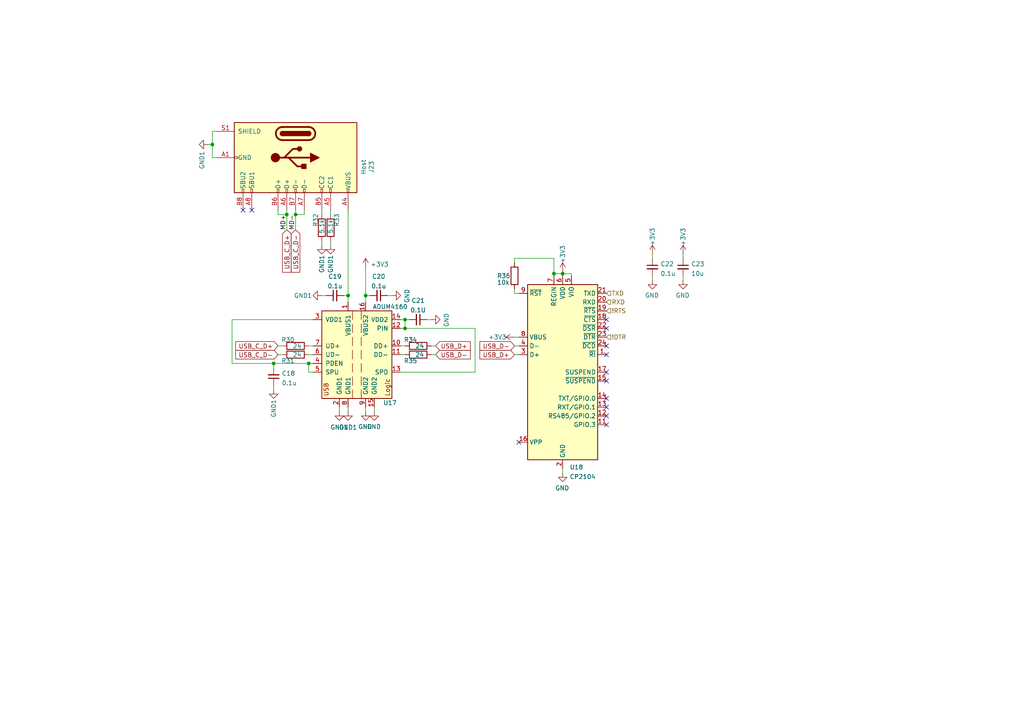
<source format=kicad_sch>
(kicad_sch (version 20211123) (generator eeschema)
  (paper "A4")
  (lib_symbols
    (symbol "Connector:USB_C_Receptacle_USB2.0" (pin_names (offset 1.016))
      (property "Reference" "J" (at -10.16 19.05 0))
      (property "Value" "USB_C_Receptacle_USB2.0" (at 19.05 19.05 0))
      (symbol "USB_C_Receptacle_USB2.0_0_0"
        (rectangle (start -0.254 -17.78) (end 0.254 -16.764))
        (rectangle (start 10.16 -14.986) (end 9.144 -15.494))
        (rectangle (start 10.16 -12.446) (end 9.144 -12.954))
        (rectangle (start 10.16 -4.826) (end 9.144 -5.334))
        (rectangle (start 10.16 -2.286) (end 9.144 -2.794))
        (rectangle (start 10.16 0.254) (end 9.144 -0.254))
        (rectangle (start 10.16 2.794) (end 9.144 2.286))
        (rectangle (start 10.16 7.874) (end 9.144 7.366))
        (rectangle (start 10.16 10.414) (end 9.144 9.906))
        (rectangle (start 10.16 15.494) (end 9.144 14.986))
      )
      (symbol "USB_C_Receptacle_USB2.0_0_1"
        (rectangle (start -10.16 17.78) (end 10.16 -17.78) (stroke (width 0.254)) (fill (type background)))
        (arc (start -8.89 -3.81) (mid -6.985 -5.715) (end -5.08 -3.81) (stroke (width 0.508)))
        (arc (start -7.62 -3.81) (mid -6.985 -4.445) (end -6.35 -3.81) (stroke (width 0.254)))
        (arc (start -7.62 -3.81) (mid -6.985 -4.445) (end -6.35 -3.81) (stroke (width 0.254)) (fill (type outline)))
        (rectangle (start -7.62 -3.81) (end -6.35 3.81) (stroke (width 0.254)) (fill (type outline)))
        (arc (start -6.35 3.81) (mid -6.985 4.445) (end -7.62 3.81) (stroke (width 0.254)))
        (arc (start -6.35 3.81) (mid -6.985 4.445) (end -7.62 3.81) (stroke (width 0.254)) (fill (type outline)))
        (arc (start -5.08 3.81) (mid -6.985 5.715) (end -8.89 3.81) (stroke (width 0.508)))
        (circle (center -2.54 1.143) (radius 0.635) (stroke (width 0.254)) (fill (type outline)))
        (circle (center 0 -5.842) (radius 1.27) (fill (type outline)))
        (polyline (pts (xy -8.89 -3.81) (xy -8.89 3.81)) (stroke (width 0.508)))
        (polyline (pts (xy -5.08 3.81) (xy -5.08 -3.81)) (stroke (width 0.508)))
        (polyline (pts (xy 0 -5.842) (xy 0 4.318)) (stroke (width 0.508)))
        (polyline (pts (xy 0 -3.302) (xy -2.54 -0.762) (xy -2.54 0.508)) (stroke (width 0.508)))
        (polyline (pts (xy 0 -2.032) (xy 2.54 0.508) (xy 2.54 1.778)) (stroke (width 0.508)))
        (polyline (pts (xy -1.27 4.318) (xy 0 6.858) (xy 1.27 4.318) (xy -1.27 4.318)) (stroke (width 0.254)) (fill (type outline)))
        (rectangle (start 1.905 1.778) (end 3.175 3.048) (stroke (width 0.254)) (fill (type outline)))
      )
      (symbol "USB_C_Receptacle_USB2.0_1_1"
        (pin passive line (at 0 -22.86 90) (length 5.08) (name "GND") (number "A1"))
        (pin passive line (at 0 -22.86 90) (length 5.08) hide (name "GND") (number "A12"))
        (pin passive line (at 15.24 15.24 180) (length 5.08) (name "VBUS") (number "A4"))
        (pin bidirectional line (at 15.24 10.16 180) (length 5.08) (name "CC1") (number "A5"))
        (pin bidirectional line (at 15.24 -2.54 180) (length 5.08) (name "D+") (number "A6"))
        (pin bidirectional line (at 15.24 2.54 180) (length 5.08) (name "D-") (number "A7"))
        (pin bidirectional line (at 15.24 -12.7 180) (length 5.08) (name "SBU1") (number "A8"))
        (pin passive line (at 15.24 15.24 180) (length 5.08) hide (name "VBUS") (number "A9"))
        (pin passive line (at 0 -22.86 90) (length 5.08) hide (name "GND") (number "B1"))
        (pin passive line (at 0 -22.86 90) (length 5.08) hide (name "GND") (number "B12"))
        (pin passive line (at 15.24 15.24 180) (length 5.08) hide (name "VBUS") (number "B4"))
        (pin bidirectional line (at 15.24 7.62 180) (length 5.08) (name "CC2") (number "B5"))
        (pin bidirectional line (at 15.24 -5.08 180) (length 5.08) (name "D+") (number "B6"))
        (pin bidirectional line (at 15.24 0 180) (length 5.08) (name "D-") (number "B7"))
        (pin bidirectional line (at 15.24 -15.24 180) (length 5.08) (name "SBU2") (number "B8"))
        (pin passive line (at 15.24 15.24 180) (length 5.08) hide (name "VBUS") (number "B9"))
        (pin passive line (at -7.62 -22.86 90) (length 5.08) (name "SHIELD") (number "S1"))
      )
    )
    (symbol "Device:C_Small" (pin_numbers hide) (pin_names (offset 0.254) hide)
      (property "Reference" "C" (at 0.254 1.778 0))
      (property "Value" "C_Small" (at 0.254 -2.032 0))
      (symbol "C_Small_0_1"
        (polyline (pts (xy -1.524 -0.508) (xy 1.524 -0.508)) (stroke (width 0.3302)))
        (polyline (pts (xy -1.524 0.508) (xy 1.524 0.508)) (stroke (width 0.3048)))
      )
      (symbol "C_Small_1_1"
        (pin passive line (at 0 2.54 270) (length 2.032) (name "~") (number "1"))
        (pin passive line (at 0 -2.54 90) (length 2.032) (name "~") (number "2"))
      )
    )
    (symbol "Device:R" (pin_numbers hide) (pin_names (offset 0))
      (property "Reference" "R" (at 2.032 0 90))
      (property "Value" "R" (at 0 0 90))
      (symbol "R_0_1"
        (rectangle (start -1.016 -2.54) (end 1.016 2.54) (stroke (width 0.254)))
      )
      (symbol "R_1_1"
        (pin passive line (at 0 3.81 270) (length 1.27) (name "~") (number "1"))
        (pin passive line (at 0 -3.81 90) (length 1.27) (name "~") (number "2"))
      )
    )
    (symbol "Interface_USB:ADUM4160" (pin_names (offset 1.016))
      (property "Reference" "U" (at -10.16 13.97 0))
      (property "Value" "ADUM4160" (at 3.81 13.97 0))
      (symbol "ADUM4160_0_0"
        (text "Logic" (at 8.89 -12.065 900) (effects (font (size 1.27 1.27)) (justify left)))
      )
      (symbol "ADUM4160_0_1"
        (rectangle (start -10.16 12.7) (end 10.16 -12.7) (stroke (width 0.254)) (fill (type background)))
        (polyline (pts (xy -1.27 -10.16) (xy -1.27 -12.7)))
        (polyline (pts (xy -1.27 -6.35) (xy -1.27 -8.89)))
        (polyline (pts (xy -1.27 -2.54) (xy -1.27 -5.08)))
        (polyline (pts (xy -1.27 1.27) (xy -1.27 -1.27)))
        (polyline (pts (xy -1.27 5.08) (xy -1.27 2.54)))
        (polyline (pts (xy -1.27 8.89) (xy -1.27 6.35)))
        (polyline (pts (xy -1.27 12.7) (xy -1.27 10.16)))
        (polyline (pts (xy 1.27 -10.16) (xy 1.27 -12.7)))
        (polyline (pts (xy 1.27 -6.35) (xy 1.27 -8.89)))
        (polyline (pts (xy 1.27 -2.54) (xy 1.27 -5.08)))
        (polyline (pts (xy 1.27 1.27) (xy 1.27 -1.27)))
        (polyline (pts (xy 1.27 5.08) (xy 1.27 2.54)))
        (polyline (pts (xy 1.27 8.89) (xy 1.27 6.35)))
        (polyline (pts (xy 1.27 12.7) (xy 1.27 10.16)))
      )
      (symbol "ADUM4160_1_0"
        (text "USB" (at -8.89 -12.065 900) (effects (font (size 1.27 1.27)) (justify left)))
      )
      (symbol "ADUM4160_1_1"
        (pin power_in line (at -2.54 15.24 270) (length 2.54) (name "VBUS1") (number "1"))
        (pin bidirectional line (at 12.7 2.54 180) (length 2.54) (name "DD+") (number "10"))
        (pin bidirectional line (at 12.7 0 180) (length 2.54) (name "DD-") (number "11"))
        (pin input line (at 12.7 7.62 180) (length 2.54) (name "PIN") (number "12"))
        (pin input line (at 12.7 -5.08 180) (length 2.54) (name "SPD") (number "13"))
        (pin power_in line (at 12.7 10.16 180) (length 2.54) (name "VDD2") (number "14"))
        (pin power_in line (at 5.08 -15.24 90) (length 2.54) (name "GND2") (number "15"))
        (pin power_in line (at 2.54 15.24 270) (length 2.54) (name "VBUS2") (number "16"))
        (pin power_in line (at -5.08 -15.24 90) (length 2.54) (name "GND1") (number "2"))
        (pin power_in line (at -12.7 10.16 0) (length 2.54) (name "VDD1") (number "3"))
        (pin input line (at -12.7 -2.54 0) (length 2.54) (name "PDEN") (number "4"))
        (pin input line (at -12.7 -5.08 0) (length 2.54) (name "SPU") (number "5"))
        (pin bidirectional line (at -12.7 0 0) (length 2.54) (name "UD-") (number "6"))
        (pin bidirectional line (at -12.7 2.54 0) (length 2.54) (name "UD+") (number "7"))
        (pin power_in line (at -2.54 -15.24 90) (length 2.54) (name "GND1") (number "8"))
        (pin power_in line (at 2.54 -15.24 90) (length 2.54) (name "GND2") (number "9"))
      )
    )
    (symbol "Interface_USB:CP2104"
      (property "Reference" "U" (at -5.08 28.575 0))
      (property "Value" "CP2104" (at -5.08 26.67 0))
      (symbol "CP2104_1_1"
        (rectangle (start -10.16 25.4) (end 10.16 -25.4) (stroke (width 0.254)) (fill (type background)))
        (pin input line (at 12.7 5.08 180) (length 2.54) (name "~{RI}") (number "1"))
        (pin no_connect line (at 10.16 -20.32 180) (length 2.54) hide (name "NC") (number "10"))
        (pin bidirectional line (at 12.7 -15.24 180) (length 2.54) (name "GPIO.3") (number "11"))
        (pin bidirectional line (at 12.7 -12.7 180) (length 2.54) (name "RS485/GPIO.2") (number "12"))
        (pin bidirectional line (at 12.7 -10.16 180) (length 2.54) (name "RXT/GPIO.1") (number "13"))
        (pin bidirectional line (at 12.7 -7.62 180) (length 2.54) (name "TXT/GPIO.0") (number "14"))
        (pin output line (at 12.7 -2.54 180) (length 2.54) (name "~{SUSPEND}") (number "15"))
        (pin passive line (at -12.7 -20.32 0) (length 2.54) (name "VPP") (number "16"))
        (pin output line (at 12.7 0 180) (length 2.54) (name "SUSPEND") (number "17"))
        (pin input line (at 12.7 15.24 180) (length 2.54) (name "~{CTS}") (number "18"))
        (pin output line (at 12.7 17.78 180) (length 2.54) (name "~{RTS}") (number "19"))
        (pin power_in line (at 0 -27.94 90) (length 2.54) (name "GND") (number "2"))
        (pin input line (at 12.7 20.32 180) (length 2.54) (name "RXD") (number "20"))
        (pin output line (at 12.7 22.86 180) (length 2.54) (name "TXD") (number "21"))
        (pin input line (at 12.7 12.7 180) (length 2.54) (name "~{DSR}") (number "22"))
        (pin output line (at 12.7 10.16 180) (length 2.54) (name "~{DTR}") (number "23"))
        (pin input line (at 12.7 7.62 180) (length 2.54) (name "~{DCD}") (number "24"))
        (pin passive line (at 0 -27.94 90) (length 2.54) hide (name "GND") (number "25"))
        (pin bidirectional line (at -12.7 5.08 0) (length 2.54) (name "D+") (number "3"))
        (pin bidirectional line (at -12.7 7.62 0) (length 2.54) (name "D-") (number "4"))
        (pin power_in line (at 2.54 27.94 270) (length 2.54) (name "VIO") (number "5"))
        (pin power_in line (at 0 27.94 270) (length 2.54) (name "VDD") (number "6"))
        (pin power_in line (at -2.54 27.94 270) (length 2.54) (name "REGIN") (number "7"))
        (pin input line (at -12.7 10.16 0) (length 2.54) (name "VBUS") (number "8"))
        (pin bidirectional line (at -12.7 22.86 0) (length 2.54) (name "~{RST}") (number "9"))
      )
    )
    (symbol "power:+3V3" (power) (pin_names (offset 0))
      (property "Value" "+3V3" (at 0 3.556 0))
      (symbol "+3V3_0_1"
        (polyline (pts (xy -0.762 1.27) (xy 0 2.54)))
        (polyline (pts (xy 0 0) (xy 0 2.54)))
        (polyline (pts (xy 0 2.54) (xy 0.762 1.27)))
      )
      (symbol "+3V3_1_1"
        (pin power_in line (at 0 0 90) (length 0) hide (name "+3V3") (number "1"))
      )
    )
    (symbol "power:GND" (power) (pin_names (offset 0))
      (property "Value" "GND" (at 0 -3.81 0))
      (symbol "GND_0_1"
        (polyline (pts (xy 0 0) (xy 0 -1.27) (xy 1.27 -1.27) (xy 0 -2.54) (xy -1.27 -1.27) (xy 0 -1.27)))
      )
      (symbol "GND_1_1"
        (pin power_in line (at 0 0 270) (length 0) hide (name "GND") (number "1"))
      )
    )
    (symbol "power:GND1" (power) (pin_names (offset 0))
      (property "Value" "GND1" (at 0 -3.81 0))
      (symbol "GND1_0_1"
        (polyline (pts (xy 0 0) (xy 0 -1.27) (xy 1.27 -1.27) (xy 0 -2.54) (xy -1.27 -1.27) (xy 0 -1.27)))
      )
      (symbol "GND1_1_1"
        (pin power_in line (at 0 0 270) (length 0) hide (name "GND1") (number "1"))
      )
    )
  )
  (junction (at 89.535 105.41))
  (junction (at 163.195 79.375))
  (junction (at 117.475 92.71))
  (junction (at 61.595 41.91))
  (junction (at 106.045 85.725))
  (junction (at 100.965 85.725))
  (junction (at 117.475 95.25))
  (junction (at 160.655 79.375))
  (junction (at 79.375 105.41))
  (junction (at 85.725 62.23))
  (junction (at 83.185 62.23))
  (no_connect (at 175.895 110.49))
  (no_connect (at 73.025 60.96))
  (no_connect (at 175.895 92.71))
  (no_connect (at 175.895 95.25))
  (no_connect (at 175.895 115.57))
  (no_connect (at 175.895 100.33))
  (no_connect (at 175.895 102.87))
  (no_connect (at 175.895 120.65))
  (no_connect (at 150.495 128.27))
  (no_connect (at 70.485 60.96))
  (no_connect (at 175.895 123.19))
  (no_connect (at 175.895 107.95))
  (no_connect (at 175.895 118.11))
  (wire (pts (xy 165.735 80.01) (xy 165.735 79.375)))
  (wire (pts (xy 106.045 119.38) (xy 106.045 118.11)))
  (wire (pts (xy 163.195 79.375) (xy 163.195 80.01)))
  (wire (pts (xy 80.645 102.87) (xy 81.915 102.87)))
  (wire (pts (xy 60.325 41.91) (xy 61.595 41.91)))
  (wire (pts (xy 67.31 105.41) (xy 79.375 105.41)))
  (wire (pts (xy 98.425 119.38) (xy 98.425 118.11)))
  (wire (pts (xy 149.225 85.09) (xy 150.495 85.09)))
  (wire (pts (xy 100.965 85.725) (xy 100.965 87.63)))
  (wire (pts (xy 99.695 85.725) (xy 100.965 85.725)))
  (wire (pts (xy 116.205 92.71) (xy 117.475 92.71)))
  (wire (pts (xy 149.225 76.2) (xy 149.225 74.93)))
  (wire (pts (xy 61.595 41.91) (xy 61.595 45.72)))
  (wire (pts (xy 108.585 119.38) (xy 108.585 118.11)))
  (wire (pts (xy 83.185 60.96) (xy 83.185 62.23)))
  (wire (pts (xy 100.965 119.38) (xy 100.965 118.11)))
  (wire (pts (xy 79.375 106.68) (xy 79.375 105.41)))
  (wire (pts (xy 160.655 74.93) (xy 160.655 79.375)))
  (wire (pts (xy 100.965 60.96) (xy 100.965 85.725)))
  (wire (pts (xy 149.225 97.79) (xy 150.495 97.79)))
  (wire (pts (xy 189.23 73.66) (xy 189.23 74.93)))
  (wire (pts (xy 90.805 92.71) (xy 67.31 92.71)))
  (wire (pts (xy 149.225 74.93) (xy 160.655 74.93)))
  (wire (pts (xy 67.31 92.71) (xy 67.31 105.41)))
  (wire (pts (xy 113.665 85.725) (xy 112.395 85.725)))
  (wire (pts (xy 106.045 87.63) (xy 106.045 85.725)))
  (wire (pts (xy 126.365 100.33) (xy 125.095 100.33)))
  (wire (pts (xy 83.185 62.23) (xy 80.645 62.23)))
  (wire (pts (xy 79.375 105.41) (xy 89.535 105.41)))
  (wire (pts (xy 85.725 62.23) (xy 88.265 62.23)))
  (wire (pts (xy 117.475 102.87) (xy 116.205 102.87)))
  (wire (pts (xy 149.225 83.82) (xy 149.225 85.09)))
  (wire (pts (xy 126.365 102.87) (xy 125.095 102.87)))
  (wire (pts (xy 125.095 92.71) (xy 123.825 92.71)))
  (wire (pts (xy 165.735 79.375) (xy 163.195 79.375)))
  (wire (pts (xy 163.195 137.16) (xy 163.195 135.89)))
  (wire (pts (xy 116.205 95.25) (xy 117.475 95.25)))
  (wire (pts (xy 93.345 62.23) (xy 93.345 60.96)))
  (wire (pts (xy 80.645 62.23) (xy 80.645 60.96)))
  (wire (pts (xy 80.645 100.33) (xy 81.915 100.33)))
  (wire (pts (xy 160.655 79.375) (xy 163.195 79.375)))
  (wire (pts (xy 79.375 113.03) (xy 79.375 111.76)))
  (wire (pts (xy 93.345 71.12) (xy 93.345 69.85)))
  (wire (pts (xy 89.535 102.87) (xy 90.805 102.87)))
  (wire (pts (xy 137.795 107.95) (xy 137.795 95.25)))
  (wire (pts (xy 149.225 100.33) (xy 150.495 100.33)))
  (wire (pts (xy 88.265 62.23) (xy 88.265 60.96)))
  (wire (pts (xy 118.745 92.71) (xy 117.475 92.71)))
  (wire (pts (xy 106.045 77.47) (xy 106.045 85.725)))
  (wire (pts (xy 95.885 71.12) (xy 95.885 69.85)))
  (wire (pts (xy 93.345 85.725) (xy 94.615 85.725)))
  (wire (pts (xy 189.23 81.28) (xy 189.23 80.01)))
  (wire (pts (xy 117.475 100.33) (xy 116.205 100.33)))
  (wire (pts (xy 89.535 100.33) (xy 90.805 100.33)))
  (wire (pts (xy 198.12 73.66) (xy 198.12 74.93)))
  (wire (pts (xy 85.725 62.23) (xy 85.725 60.96)))
  (wire (pts (xy 90.805 107.95) (xy 89.535 107.95)))
  (wire (pts (xy 160.655 80.01) (xy 160.655 79.375)))
  (wire (pts (xy 61.595 38.1) (xy 61.595 41.91)))
  (wire (pts (xy 149.225 102.87) (xy 150.495 102.87)))
  (wire (pts (xy 89.535 105.41) (xy 90.805 105.41)))
  (wire (pts (xy 116.205 107.95) (xy 137.795 107.95)))
  (wire (pts (xy 83.185 62.23) (xy 83.185 66.675)))
  (wire (pts (xy 106.045 85.725) (xy 107.315 85.725)))
  (wire (pts (xy 198.12 81.28) (xy 198.12 80.01)))
  (wire (pts (xy 137.795 95.25) (xy 117.475 95.25)))
  (wire (pts (xy 89.535 105.41) (xy 89.535 107.95)))
  (wire (pts (xy 61.595 45.72) (xy 62.865 45.72)))
  (wire (pts (xy 85.725 62.23) (xy 85.725 66.675)))
  (wire (pts (xy 95.885 62.23) (xy 95.885 60.96)))
  (wire (pts (xy 117.475 92.71) (xy 117.475 95.25)))
  (wire (pts (xy 163.195 78.74) (xy 163.195 79.375)))
  (wire (pts (xy 62.865 38.1) (xy 61.595 38.1)))
  (label "MD-" (at 85.725 62.23 270))
  (label "MD+" (at 83.185 62.23 270))
  (global_label "USB_D-" (shape input) (at 149.225 100.33 180) (property "Intersheet References" "${INTERSHEET_REFS}" (effects hide)))
  (global_label "USB_C_D+" (shape input) (at 80.645 100.33 180) (property "Intersheet References" "${INTERSHEET_REFS}" (effects hide)))
  (global_label "USB_C_D+" (shape input) (at 83.185 66.675 270) (property "Intersheet References" "${INTERSHEET_REFS}" (effects hide)))
  (global_label "USB_D-" (shape input) (at 126.365 102.87 0) (property "Intersheet References" "${INTERSHEET_REFS}" (effects hide)))
  (global_label "USB_D+" (shape input) (at 149.225 102.87 180) (property "Intersheet References" "${INTERSHEET_REFS}" (effects hide)))
  (global_label "USB_C_D-" (shape input) (at 80.645 102.87 180) (property "Intersheet References" "${INTERSHEET_REFS}" (effects hide)))
  (global_label "USB_C_D-" (shape input) (at 85.725 66.675 270) (property "Intersheet References" "${INTERSHEET_REFS}" (effects hide)))
  (global_label "USB_D+" (shape input) (at 126.365 100.33 0) (property "Intersheet References" "${INTERSHEET_REFS}" (effects hide)))
  (hierarchical_label "!DTR" (shape input) (at 175.895 97.79 0))
  (hierarchical_label "RXD" (shape input) (at 175.895 87.63 0))
  (hierarchical_label "TXD" (shape input) (at 175.895 85.09 0))
  (hierarchical_label "!RTS" (shape input) (at 175.895 90.17 0))
  (symbol (lib_id "Device:R") (at 121.285 100.33 90) (unit 1)
    (property "Reference" "R34" (at 121.031 98.552 90) (effects (justify left)))
    (property "Value" "24" (at 123.063 100.33 90) (effects (justify left)))
    (property "Footprint" "Resistor_SMD:R_0805_2012Metric_Pad1.20x1.40mm_HandSolder" (effects hide))
    (property "Datasheet" "https://www.vishay.com/docs/28773/crcwce3.pdf" (effects hide))
    (property "JLCPCB" " C27834" (effects hide))
    (property "LCSC" "C115337" (effects hide))
    (property "Digikey" "541-CRCW08055K10FKEACCT-ND" (effects hide))
    (property "Mouser" "71-CRCW08055K10FKEAC" (effects hide))
  )
  (symbol (lib_id "Device:C_Small") (at 189.23 77.47 0) (mirror y) (unit 1)
    (property "Reference" "C22" (at 191.5541 76.5678 0) (effects (justify right)))
    (property "Value" "0.1u" (at 191.5541 79.3429 0) (effects (justify right)))
    (property "Footprint" "Capacitor_SMD:C_0805_2012Metric_Pad1.18x1.45mm_HandSolder" (effects hide))
  )
  (symbol (lib_id "power:GND") (at 163.195 137.16 0) (mirror y) (unit 1)
    (property "Reference" "#PWR0127" (effects hide))
    (property "Value" "GND" (at 163.068 141.5542 0))
  )
  (symbol (lib_id "power:+3V3") (at 149.225 97.79 90) (unit 1)
    (property "Reference" "#PWR0125" (effects hide))
    (property "Value" "+3V3" (at 141.605 97.79 90) (effects (justify right)))
  )
  (symbol (lib_id "Device:R") (at 121.285 102.87 90) (mirror x) (unit 1)
    (property "Reference" "R35" (at 121.031 104.648 90) (effects (justify left)))
    (property "Value" "24" (at 123.063 102.87 90) (effects (justify left)))
    (property "Footprint" "Resistor_SMD:R_0805_2012Metric_Pad1.20x1.40mm_HandSolder" (effects hide))
    (property "Datasheet" "https://www.vishay.com/docs/28773/crcwce3.pdf" (effects hide))
    (property "JLCPCB" " C27834" (effects hide))
    (property "LCSC" "C115337" (effects hide))
    (property "Digikey" "541-CRCW08055K10FKEACCT-ND" (effects hide))
    (property "Mouser" "71-CRCW08055K10FKEAC" (effects hide))
  )
  (symbol (lib_id "power:GND1") (at 79.375 113.03 0) (unit 1)
    (property "Reference" "#PWR0114" (effects hide))
    (property "Value" "GND1" (at 79.375 115.824 90) (effects (justify right)))
  )
  (symbol (lib_id "power:+3V3") (at 189.23 73.66 0) (unit 1)
    (property "Reference" "#PWR0128" (effects hide))
    (property "Value" "+3V3" (at 189.23 66.04 90) (effects (justify right)))
  )
  (symbol (lib_id "Device:R") (at 149.225 80.01 0) (unit 1)
    (property "Reference" "R36" (at 144.145 80.01 0) (effects (justify left)))
    (property "Value" "10k" (at 144.145 81.915 0) (effects (justify left)))
    (property "Footprint" "Resistor_SMD:R_0805_2012Metric_Pad1.20x1.40mm_HandSolder" (effects hide))
    (property "Datasheet" "https://www.vishay.com/docs/28773/crcwce3.pdf" (effects hide))
    (property "JLCPCB" " C27834" (effects hide))
    (property "LCSC" "C115337" (effects hide))
    (property "Digikey" "541-CRCW08055K10FKEACCT-ND" (effects hide))
    (property "Mouser" "71-CRCW08055K10FKEAC" (effects hide))
  )
  (symbol (lib_id "Device:R") (at 85.725 100.33 90) (unit 1)
    (property "Reference" "R30" (at 85.471 98.552 90) (effects (justify left)))
    (property "Value" "24" (at 87.503 100.33 90) (effects (justify left)))
    (property "Footprint" "Resistor_SMD:R_0805_2012Metric_Pad1.20x1.40mm_HandSolder" (effects hide))
    (property "Datasheet" "https://www.vishay.com/docs/28773/crcwce3.pdf" (effects hide))
    (property "JLCPCB" " C27834" (effects hide))
    (property "LCSC" "C115337" (effects hide))
    (property "Digikey" "541-CRCW08055K10FKEACCT-ND" (effects hide))
    (property "Mouser" "71-CRCW08055K10FKEAC" (effects hide))
  )
  (symbol (lib_id "power:GND") (at 198.12 81.28 0) (mirror y) (unit 1)
    (property "Reference" "#PWR0131" (effects hide))
    (property "Value" "GND" (at 197.993 85.6742 0))
  )
  (symbol (lib_id "Device:R") (at 85.725 102.87 90) (mirror x) (unit 1)
    (property "Reference" "R31" (at 85.471 104.648 90) (effects (justify left)))
    (property "Value" "24" (at 87.503 102.87 90) (effects (justify left)))
    (property "Footprint" "Resistor_SMD:R_0805_2012Metric_Pad1.20x1.40mm_HandSolder" (effects hide))
    (property "Datasheet" "https://www.vishay.com/docs/28773/crcwce3.pdf" (effects hide))
    (property "JLCPCB" " C27834" (effects hide))
    (property "LCSC" "C115337" (effects hide))
    (property "Digikey" "541-CRCW08055K10FKEACCT-ND" (effects hide))
    (property "Mouser" "71-CRCW08055K10FKEAC" (effects hide))
  )
  (symbol (lib_id "Interface_USB:ADUM4160") (at 103.505 102.87 0) (unit 1)
    (property "Reference" "U17" (at 111.125 116.84 0) (effects (justify left)))
    (property "Value" "ADUM4160" (at 108.0644 88.9786 0) (effects (justify left)))
    (property "Footprint" "Package_SO:SOIC-16W_7.5x10.3mm_P1.27mm" (effects hide))
    (property "Datasheet" "https://www.analog.com/media/en/technical-documentation/data-sheets/ADuM4160.pdf" (effects hide))
  )
  (symbol (lib_id "Device:C_Small") (at 198.12 77.47 0) (mirror y) (unit 1)
    (property "Reference" "C23" (at 200.4441 76.5678 0) (effects (justify right)))
    (property "Value" "10u" (at 200.4441 79.3429 0) (effects (justify right)))
    (property "Footprint" "Capacitor_SMD:C_0805_2012Metric_Pad1.18x1.45mm_HandSolder" (effects hide))
  )
  (symbol (lib_id "power:GND") (at 113.665 85.725 90) (mirror x) (unit 1)
    (property "Reference" "#PWR0123" (effects hide))
    (property "Value" "GND" (at 118.0592 85.852 0))
  )
  (symbol (lib_id "power:GND") (at 106.045 119.38 0) (mirror y) (unit 1)
    (property "Reference" "#PWR0121" (effects hide))
    (property "Value" "GND" (at 105.918 123.7742 0))
  )
  (symbol (lib_id "Device:C_Small") (at 121.285 92.71 270) (mirror x) (unit 1)
    (property "Reference" "C21" (at 121.2787 87.1814 90))
    (property "Value" "0.1U" (at 121.2787 89.9565 90))
    (property "Footprint" "Capacitor_SMD:C_0805_2012Metric_Pad1.18x1.45mm_HandSolder" (effects hide))
  )
  (symbol (lib_id "power:GND1") (at 93.345 85.725 270) (unit 1)
    (property "Reference" "#PWR0116" (effects hide))
    (property "Value" "GND1" (at 90.551 85.725 90) (effects (justify right)))
  )
  (symbol (lib_id "power:+3V3") (at 106.045 77.47 0) (unit 1)
    (property "Reference" "#PWR0120" (effects hide))
    (property "Value" "+3V3" (at 107.442 76.679 0) (effects (justify left)))
  )
  (symbol (lib_id "Device:R") (at 95.885 66.04 0) (unit 1)
    (property "Reference" "R33" (at 97.663 65.786 90) (effects (justify left)))
    (property "Value" "5.1k" (at 95.885 67.818 90) (effects (justify left)))
    (property "Footprint" "Resistor_SMD:R_0805_2012Metric_Pad1.20x1.40mm_HandSolder" (effects hide))
    (property "Datasheet" "https://www.vishay.com/docs/28773/crcwce3.pdf" (effects hide))
    (property "JLCPCB" " C27834" (effects hide))
    (property "LCSC" "C115337" (effects hide))
    (property "Digikey" "541-CRCW08055K10FKEACCT-ND" (effects hide))
    (property "Mouser" "71-CRCW08055K10FKEAC" (effects hide))
  )
  (symbol (lib_id "power:GND1") (at 95.885 71.12 0) (unit 1)
    (property "Reference" "#PWR0117" (effects hide))
    (property "Value" "GND1" (at 95.885 73.914 90) (effects (justify right)))
  )
  (symbol (lib_id "power:+3V3") (at 198.12 73.66 0) (unit 1)
    (property "Reference" "#PWR0130" (effects hide))
    (property "Value" "+3V3" (at 198.12 66.04 90) (effects (justify right)))
  )
  (symbol (lib_id "power:GND1") (at 93.345 71.12 0) (mirror y) (unit 1)
    (property "Reference" "#PWR0115" (effects hide))
    (property "Value" "GND1" (at 93.345 73.914 90) (effects (justify right)))
  )
  (symbol (lib_id "power:GND1") (at 98.425 119.38 0) (unit 1)
    (property "Reference" "#PWR0118" (effects hide))
    (property "Value" "GND1" (at 98.425 123.9425 0))
  )
  (symbol (lib_id "power:GND") (at 189.23 81.28 0) (mirror y) (unit 1)
    (property "Reference" "#PWR0129" (effects hide))
    (property "Value" "GND" (at 189.103 85.6742 0))
  )
  (symbol (lib_id "Device:C_Small") (at 97.155 85.725 90) (unit 1)
    (property "Reference" "C19" (at 97.1613 80.1964 90))
    (property "Value" "0.1u" (at 97.1613 82.9715 90))
    (property "Footprint" "Capacitor_SMD:C_0805_2012Metric_Pad1.18x1.45mm_HandSolder" (effects hide))
  )
  (symbol (lib_id "power:GND") (at 108.585 119.38 0) (mirror y) (unit 1)
    (property "Reference" "#PWR0122" (effects hide))
    (property "Value" "GND" (at 108.458 123.7742 0))
  )
  (symbol (lib_id "power:GND") (at 125.095 92.71 90) (mirror x) (unit 1)
    (property "Reference" "#PWR0124" (effects hide))
    (property "Value" "GND" (at 129.4892 92.837 0))
  )
  (symbol (lib_id "power:GND1") (at 100.965 119.38 0) (unit 1)
    (property "Reference" "#PWR0119" (effects hide))
    (property "Value" "GND1" (at 100.965 123.9425 0))
  )
  (symbol (lib_id "Connector:USB_C_Receptacle_USB2.0") (at 85.725 45.72 270) (unit 1)
    (property "Reference" "J23" (at 107.7468 48.4378 0))
    (property "Value" "Host" (at 105.4354 48.4378 0))
    (property "Footprint" "Connector_USB:USB_C_Receptacle_Palconn_UTC16-G" (effects hide))
    (property "Datasheet" "https://www.usb.org/sites/default/files/documents/usb_type-c.zip" (effects hide))
    (property "LCSC" "C165948" (effects hide))
    (property "Digikey" "2073-USB4105-GF-ACT-ND" (effects hide))
    (property "JLCPCB" "C165948" (effects hide))
  )
  (symbol (lib_id "Device:C_Small") (at 109.855 85.725 270) (mirror x) (unit 1)
    (property "Reference" "C20" (at 109.8486 80.1964 90))
    (property "Value" "0.1u" (at 109.8486 82.9715 90))
    (property "Footprint" "Capacitor_SMD:C_0805_2012Metric_Pad1.18x1.45mm_HandSolder" (effects hide))
  )
  (symbol (lib_id "Device:R") (at 93.345 66.04 0) (mirror y) (unit 1)
    (property "Reference" "R32" (at 91.567 65.786 90) (effects (justify left)))
    (property "Value" "5.1k" (at 93.345 67.818 90) (effects (justify left)))
    (property "Footprint" "Resistor_SMD:R_0805_2012Metric_Pad1.20x1.40mm_HandSolder" (effects hide))
    (property "Datasheet" "https://www.vishay.com/docs/28773/crcwce3.pdf" (effects hide))
    (property "JLCPCB" " C27834" (effects hide))
    (property "LCSC" "C115337" (effects hide))
    (property "Digikey" "541-CRCW08055K10FKEACCT-ND" (effects hide))
    (property "Mouser" "71-CRCW08055K10FKEAC" (effects hide))
  )
  (symbol (lib_id "Interface_USB:CP2104") (at 163.195 107.95 0) (unit 1)
    (property "Reference" "U18" (at 165.2144 135.4995 0) (effects (justify left)))
    (property "Value" "CP2104" (at 165.2144 138.2746 0) (effects (justify left)))
    (property "Footprint" "Package_DFN_QFN:QFN-24-1EP_4x4mm_P0.5mm_EP2.6x2.6mm" (effects hide))
    (property "Datasheet" "https://www.silabs.com/documents/public/data-sheets/cp2104.pdf" (effects hide))
  )
  (symbol (lib_id "power:GND1") (at 60.325 41.91 270) (unit 1)
    (property "Reference" "#PWR0113" (effects hide))
    (property "Value" "GND1" (at 58.576 43.815 0) (effects (justify left)))
  )
  (symbol (lib_id "Device:C_Small") (at 79.375 109.22 180) (unit 1)
    (property "Reference" "C18" (at 81.6991 108.3051 0) (effects (justify right)))
    (property "Value" "0.1u" (at 81.6991 111.0802 0) (effects (justify right)))
    (property "Footprint" "Capacitor_SMD:C_0805_2012Metric_Pad1.18x1.45mm_HandSolder" (effects hide))
  )
  (symbol (lib_id "power:+3V3") (at 163.195 78.74 0) (unit 1)
    (property "Reference" "#PWR0126" (effects hide))
    (property "Value" "+3V3" (at 163.195 71.12 90) (effects (justify right)))
  )
)
</source>
